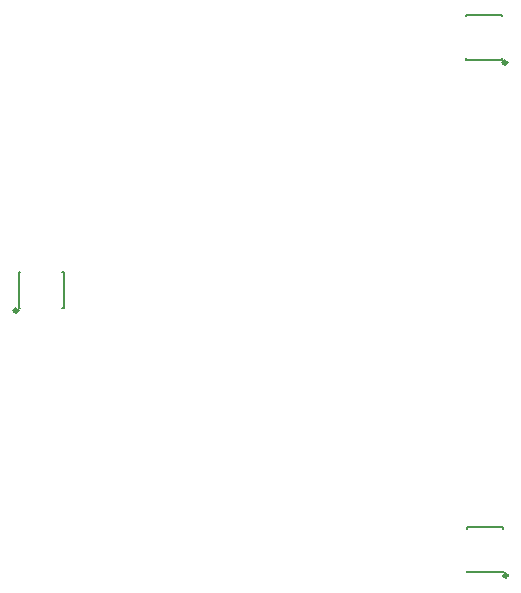
<source format=gbo>
G04 #@! TF.FileFunction,Legend,Bot*
%FSLAX46Y46*%
G04 Gerber Fmt 4.6, Leading zero omitted, Abs format (unit mm)*
G04 Created by KiCad (PCBNEW 4.0.7) date Sun Jun 10 20:08:56 2018*
%MOMM*%
%LPD*%
G01*
G04 APERTURE LIST*
%ADD10C,0.100000*%
%ADD11C,0.150000*%
%ADD12C,0.300000*%
G04 APERTURE END LIST*
D10*
D11*
X153556000Y-105088000D02*
X153556000Y-105215000D01*
X150508000Y-105088000D02*
X153556000Y-105088000D01*
X150508000Y-105215000D02*
X150508000Y-105088000D01*
X153556000Y-108898000D02*
X153556000Y-108771000D01*
X150508000Y-108898000D02*
X153556000Y-108898000D01*
X150508000Y-108771000D02*
X150508000Y-108898000D01*
D12*
X153950000Y-109150000D02*
G75*
G03X153950000Y-109150000I-150000J0D01*
G01*
D11*
X116412000Y-86506000D02*
X116285000Y-86506000D01*
X116412000Y-83458000D02*
X116412000Y-86506000D01*
X116285000Y-83458000D02*
X116412000Y-83458000D01*
X112602000Y-86506000D02*
X112729000Y-86506000D01*
X112602000Y-83458000D02*
X112602000Y-86506000D01*
X112729000Y-83458000D02*
X112602000Y-83458000D01*
D12*
X112500000Y-86750000D02*
G75*
G03X112500000Y-86750000I-150000J0D01*
G01*
D11*
X153506000Y-61688000D02*
X153506000Y-61815000D01*
X150458000Y-61688000D02*
X153506000Y-61688000D01*
X150458000Y-61815000D02*
X150458000Y-61688000D01*
X153506000Y-65498000D02*
X153506000Y-65371000D01*
X150458000Y-65498000D02*
X153506000Y-65498000D01*
X150458000Y-65371000D02*
X150458000Y-65498000D01*
D12*
X153900000Y-65750000D02*
G75*
G03X153900000Y-65750000I-150000J0D01*
G01*
M02*

</source>
